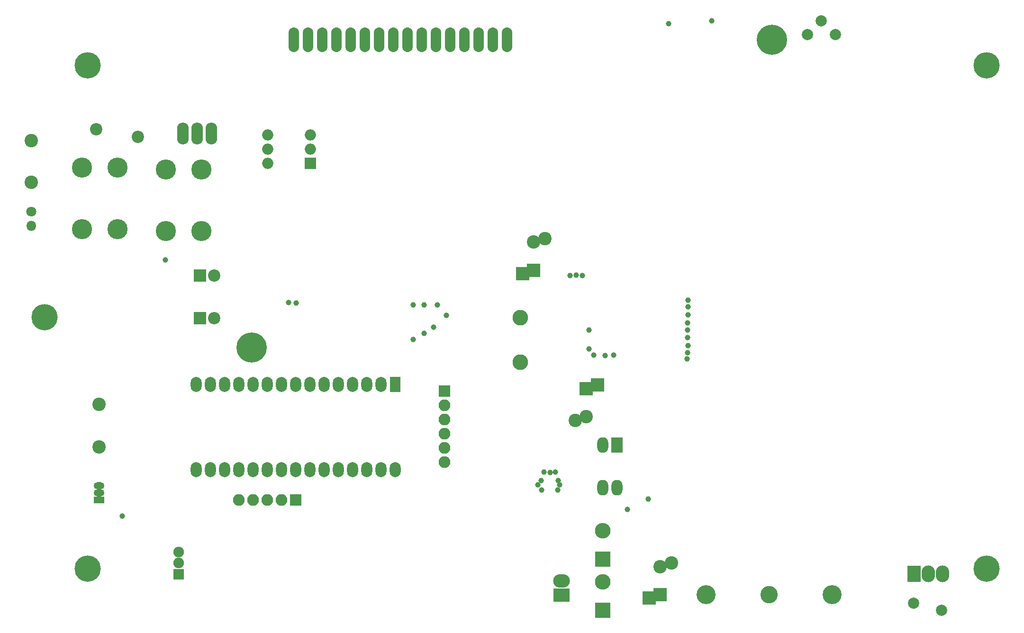
<source format=gbr>
G04 #@! TF.FileFunction,Soldermask,Bot*
%FSLAX46Y46*%
G04 Gerber Fmt 4.6, Leading zero omitted, Abs format (unit mm)*
G04 Created by KiCad (PCBNEW 4.0.2-stable) date 2017-02-13 18:05:18*
%MOMM*%
G01*
G04 APERTURE LIST*
%ADD10C,0.100000*%
%ADD11O,1.901140X4.400500*%
%ADD12C,5.400000*%
%ADD13C,4.700000*%
%ADD14C,2.400000*%
%ADD15R,2.400000X2.400000*%
%ADD16R,2.200000X2.200000*%
%ADD17C,2.200000*%
%ADD18C,3.400000*%
%ADD19C,3.100000*%
%ADD20R,2.000000X2.800000*%
%ADD21O,2.000000X2.800000*%
%ADD22C,2.800000*%
%ADD23C,2.000000*%
%ADD24C,1.800000*%
%ADD25O,1.800000X1.800000*%
%ADD26O,1.901140X1.299160*%
%ADD27R,1.901140X1.299160*%
%ADD28R,2.000000X2.000000*%
%ADD29O,2.000000X2.000000*%
%ADD30O,2.099260X3.900120*%
%ADD31R,2.400000X3.000000*%
%ADD32O,2.400000X3.000000*%
%ADD33R,2.100000X2.100000*%
%ADD34O,2.100000X2.100000*%
%ADD35R,1.974800X2.686000*%
%ADD36O,1.974800X2.686000*%
%ADD37R,1.900000X1.900000*%
%ADD38C,1.900000*%
%ADD39C,3.600000*%
%ADD40R,3.000000X2.400000*%
%ADD41O,3.000000X2.400000*%
%ADD42R,2.800000X2.800000*%
%ADD43O,2.800000X2.800000*%
%ADD44C,1.000000*%
G04 APERTURE END LIST*
D10*
D11*
X111400840Y-50699420D03*
X113940840Y-50699420D03*
X116480840Y-50699420D03*
X119020840Y-50699420D03*
X121560840Y-50699420D03*
X124100840Y-50699420D03*
X126640840Y-50699420D03*
X129180840Y-50699420D03*
X131720840Y-50699420D03*
X134260840Y-50699420D03*
X136800840Y-50699420D03*
X139340840Y-50699420D03*
X141880840Y-50699420D03*
X144420840Y-50699420D03*
X146960840Y-50699420D03*
X149500840Y-50699420D03*
D12*
X196900000Y-50700000D03*
X103900000Y-105700000D03*
D13*
X235200000Y-55300000D03*
X74600000Y-55300000D03*
D14*
X76600000Y-115900160D03*
X76600000Y-123499840D03*
D15*
X154300000Y-91900000D03*
D14*
X154300000Y-86900000D03*
D15*
X152300000Y-92572144D03*
D14*
X156300000Y-86227856D03*
D15*
X163700000Y-113100000D03*
D14*
X163700000Y-118100000D03*
D15*
X165700000Y-112427856D03*
D14*
X161700000Y-118772144D03*
D15*
X176900000Y-149900000D03*
D14*
X176900000Y-144900000D03*
D15*
X174900000Y-150572144D03*
D14*
X178900000Y-144227856D03*
X64500000Y-68700000D03*
X64500000Y-76200000D03*
D16*
X94700000Y-92900000D03*
D17*
X97240000Y-92900000D03*
D16*
X94700000Y-100500000D03*
D17*
X97240000Y-100500000D03*
D18*
X207600000Y-149900000D03*
X185100000Y-149900000D03*
D19*
X196350000Y-149900000D03*
D20*
X169200000Y-123200000D03*
D21*
X166660000Y-130820000D03*
X166660000Y-123200000D03*
X169200000Y-130820000D03*
D22*
X151900000Y-100400000D03*
X151900000Y-108400000D03*
D23*
X203200000Y-49800000D03*
X205700000Y-47300000D03*
X208200000Y-49800000D03*
X222200000Y-151500000D03*
X227200000Y-152750000D03*
D24*
X64500000Y-81400000D03*
D25*
X64500000Y-83940000D03*
D17*
X83600000Y-68100000D03*
X76100000Y-66700000D03*
D26*
X76600000Y-131730000D03*
X76600000Y-130460000D03*
D27*
X76600000Y-133000000D03*
D28*
X114400000Y-72800000D03*
D29*
X106780000Y-67720000D03*
X114400000Y-70260000D03*
X106780000Y-70260000D03*
X114400000Y-67720000D03*
X106780000Y-72800000D03*
D30*
X94200000Y-67500000D03*
X91660000Y-67500000D03*
X96740000Y-67500000D03*
D31*
X222300000Y-146200000D03*
D32*
X224840000Y-146200000D03*
X227380000Y-146200000D03*
D33*
X138400000Y-113500000D03*
D34*
X138400000Y-116040000D03*
X138400000Y-118580000D03*
X138400000Y-121120000D03*
X138400000Y-123660000D03*
X138400000Y-126200000D03*
D35*
X129550000Y-112380000D03*
D36*
X127010000Y-112380000D03*
X124470000Y-112380000D03*
X121930000Y-112380000D03*
X119390000Y-112380000D03*
X116850000Y-112380000D03*
X114310000Y-112380000D03*
X111770000Y-112380000D03*
X109230000Y-112380000D03*
X106690000Y-112380000D03*
X104150000Y-112380000D03*
X101610000Y-112380000D03*
X99070000Y-112380000D03*
X96530000Y-112380000D03*
X93990000Y-112380000D03*
X93990000Y-127620000D03*
X96530000Y-127620000D03*
X99070000Y-127620000D03*
X101610000Y-127620000D03*
X104150000Y-127620000D03*
X106690000Y-127620000D03*
X109230000Y-127620000D03*
X111770000Y-127620000D03*
X114310000Y-127620000D03*
X116850000Y-127620000D03*
X119390000Y-127620000D03*
X121930000Y-127620000D03*
X124470000Y-127620000D03*
X127010000Y-127620000D03*
X129550000Y-127620000D03*
D33*
X111800000Y-133000000D03*
D34*
X109260000Y-133000000D03*
X106720000Y-133000000D03*
X104180000Y-133000000D03*
X101640000Y-133000000D03*
D37*
X90900000Y-146300000D03*
D38*
X90900000Y-144300000D03*
X90900000Y-142300000D03*
D39*
X94900000Y-84900000D03*
X88600000Y-84900000D03*
X94900000Y-73900000D03*
X88600000Y-73900000D03*
X79900000Y-84600000D03*
X73600000Y-84600000D03*
X79900000Y-73600000D03*
X73600000Y-73600000D03*
D40*
X159300000Y-150000000D03*
D41*
X159300000Y-147460000D03*
D13*
X66900000Y-100300000D03*
X74600000Y-145300000D03*
X235200000Y-145300000D03*
D42*
X166600000Y-143600000D03*
D43*
X166600000Y-138520000D03*
D42*
X166600000Y-152700000D03*
D43*
X166600000Y-147620000D03*
D44*
X161900000Y-92800000D03*
X160800000Y-92900000D03*
X138700000Y-100000000D03*
X171000000Y-134700000D03*
X80800000Y-135900000D03*
X156100000Y-128000000D03*
X158200000Y-128000000D03*
X157200000Y-128100000D03*
X158700000Y-129500000D03*
X158900000Y-130300000D03*
X158600000Y-131200000D03*
X155700000Y-131200000D03*
X155600000Y-129500000D03*
X155000000Y-130300000D03*
X174800000Y-132800000D03*
X181800000Y-101300000D03*
X181900000Y-99900000D03*
X181900000Y-98500000D03*
X181900000Y-97300000D03*
X181800000Y-104000000D03*
X181900000Y-105400000D03*
X181800000Y-106700000D03*
X181700000Y-107800000D03*
X181800000Y-102600000D03*
X168600000Y-107100000D03*
X167100000Y-107200000D03*
X165000000Y-107100000D03*
X163000000Y-92900000D03*
X164200000Y-106000000D03*
X164200000Y-102600000D03*
X178400000Y-47800000D03*
X186100000Y-47300000D03*
X110500000Y-97700000D03*
X111900000Y-97800000D03*
X132800000Y-98100000D03*
X132800000Y-104300000D03*
X134700000Y-98100000D03*
X134700000Y-103200000D03*
X137100000Y-98100000D03*
X136400000Y-102100000D03*
X88500000Y-90100000D03*
M02*

</source>
